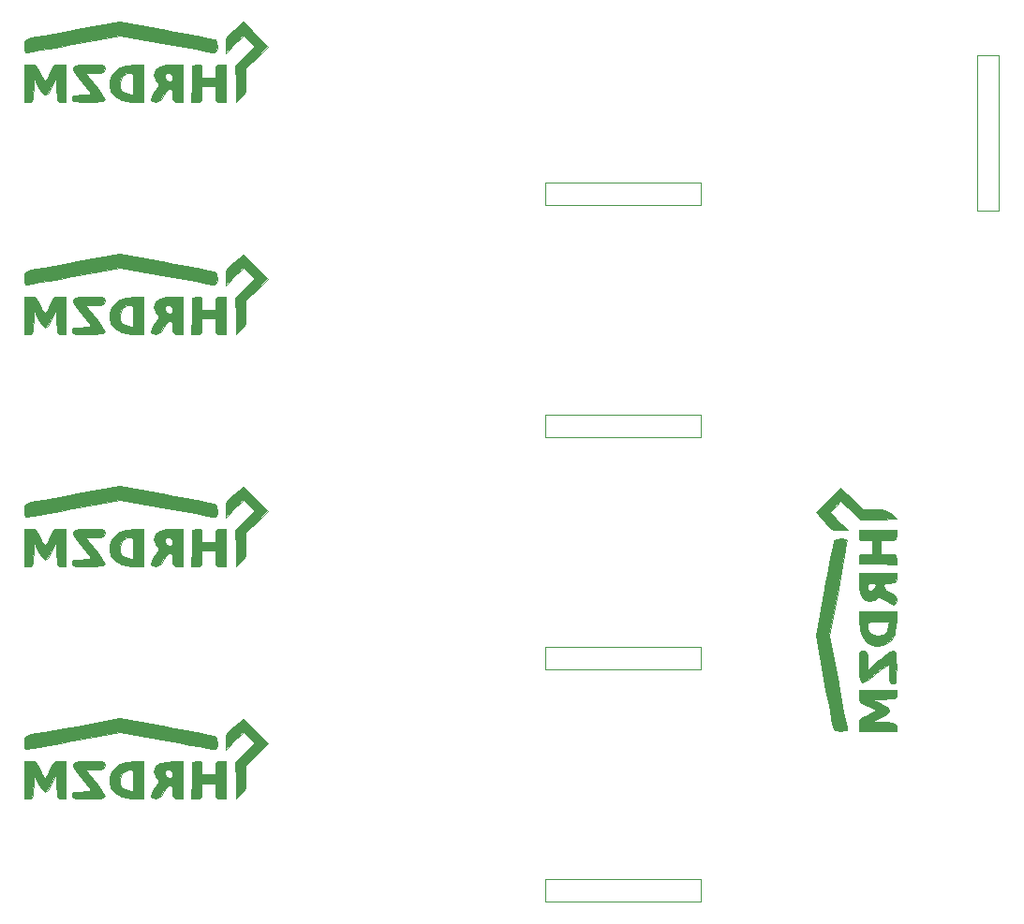
<source format=gbr>
%TF.GenerationSoftware,KiCad,Pcbnew,(5.1.9)-1*%
%TF.CreationDate,2021-03-18T16:40:49+01:00*%
%TF.ProjectId,DOORSENSOR,444f4f52-5345-44e5-934f-522e6b696361,rev?*%
%TF.SameCoordinates,Original*%
%TF.FileFunction,Legend,Bot*%
%TF.FilePolarity,Positive*%
%FSLAX46Y46*%
G04 Gerber Fmt 4.6, Leading zero omitted, Abs format (unit mm)*
G04 Created by KiCad (PCBNEW (5.1.9)-1) date 2021-03-18 16:40:49*
%MOMM*%
%LPD*%
G01*
G04 APERTURE LIST*
%ADD10C,0.010000*%
%ADD11C,0.120000*%
G04 APERTURE END LIST*
D10*
%TO.C,G\u002A\u002A\u002A*%
G36*
X144173146Y-101610607D02*
G01*
X144560202Y-102040118D01*
X144847202Y-102282552D01*
X145126787Y-102390952D01*
X145491599Y-102418358D01*
X145584661Y-102418788D01*
X146296755Y-102418788D01*
X145494766Y-101606712D01*
X144692777Y-100794635D01*
X145188438Y-100298975D01*
X145684098Y-99803314D01*
X146544492Y-100654730D01*
X147404885Y-101506146D01*
X149060399Y-101462164D01*
X150715914Y-101418182D01*
X150273473Y-100994849D01*
X150000547Y-100766117D01*
X149717593Y-100638305D01*
X149323211Y-100582941D01*
X148765742Y-100571516D01*
X147700453Y-100571516D01*
X145683799Y-98570314D01*
X144578762Y-99686369D01*
X143473725Y-100802425D01*
X144173146Y-101610607D01*
G37*
X144173146Y-101610607D02*
X144560202Y-102040118D01*
X144847202Y-102282552D01*
X145126787Y-102390952D01*
X145491599Y-102418358D01*
X145584661Y-102418788D01*
X146296755Y-102418788D01*
X145494766Y-101606712D01*
X144692777Y-100794635D01*
X145188438Y-100298975D01*
X145684098Y-99803314D01*
X146544492Y-100654730D01*
X147404885Y-101506146D01*
X149060399Y-101462164D01*
X150715914Y-101418182D01*
X150273473Y-100994849D01*
X150000547Y-100766117D01*
X149717593Y-100638305D01*
X149323211Y-100582941D01*
X148765742Y-100571516D01*
X147700453Y-100571516D01*
X145683799Y-98570314D01*
X144578762Y-99686369D01*
X143473725Y-100802425D01*
X144173146Y-101610607D01*
G36*
X147332194Y-103176728D02*
G01*
X147463962Y-103308366D01*
X147791414Y-103341696D01*
X147923636Y-103342425D01*
X148539394Y-103342425D01*
X148539394Y-104573940D01*
X147913411Y-104573940D01*
X147516795Y-104590030D01*
X147347616Y-104677502D01*
X147325687Y-104895159D01*
X147336138Y-104997273D01*
X147384848Y-105420607D01*
X149039697Y-105464299D01*
X150694545Y-105507992D01*
X150694545Y-105040966D01*
X150674901Y-104753815D01*
X150560245Y-104617814D01*
X150266991Y-104576611D01*
X150001818Y-104573940D01*
X149309090Y-104573940D01*
X149309090Y-103342425D01*
X150001818Y-103342425D01*
X150427786Y-103329037D01*
X150629539Y-103251741D01*
X150690629Y-103054832D01*
X150694545Y-102880607D01*
X150694545Y-102418788D01*
X147307878Y-102418788D01*
X147307878Y-102880607D01*
X147332194Y-103176728D01*
G37*
X147332194Y-103176728D02*
X147463962Y-103308366D01*
X147791414Y-103341696D01*
X147923636Y-103342425D01*
X148539394Y-103342425D01*
X148539394Y-104573940D01*
X147913411Y-104573940D01*
X147516795Y-104590030D01*
X147347616Y-104677502D01*
X147325687Y-104895159D01*
X147336138Y-104997273D01*
X147384848Y-105420607D01*
X149039697Y-105464299D01*
X150694545Y-105507992D01*
X150694545Y-105040966D01*
X150674901Y-104753815D01*
X150560245Y-104617814D01*
X150266991Y-104576611D01*
X150001818Y-104573940D01*
X149309090Y-104573940D01*
X149309090Y-103342425D01*
X150001818Y-103342425D01*
X150427786Y-103329037D01*
X150629539Y-103251741D01*
X150690629Y-103054832D01*
X150694545Y-102880607D01*
X150694545Y-102418788D01*
X147307878Y-102418788D01*
X147307878Y-102880607D01*
X147332194Y-103176728D01*
G36*
X147364157Y-107738109D02*
G01*
X147517601Y-108323544D01*
X147745123Y-108704642D01*
X147817812Y-108763298D01*
X148255003Y-108877074D01*
X148713021Y-108748498D01*
X148862081Y-108639932D01*
X149051740Y-108505890D01*
X149247786Y-108513851D01*
X149550589Y-108681865D01*
X149718119Y-108793872D01*
X150208523Y-109089835D01*
X150512364Y-109169014D01*
X150662528Y-109030562D01*
X150694129Y-108768788D01*
X150624237Y-108443594D01*
X150367405Y-108185224D01*
X150118673Y-108037576D01*
X149746889Y-107784820D01*
X149518078Y-107528184D01*
X149492044Y-107460304D01*
X149513209Y-107285615D01*
X149712421Y-107206804D01*
X150067500Y-107190910D01*
X150466995Y-107173515D01*
X150646410Y-107078364D01*
X150693258Y-106841005D01*
X150694545Y-106729091D01*
X150694545Y-106267273D01*
X148473130Y-106267273D01*
X148473130Y-107190910D01*
X148761451Y-107241164D01*
X148829190Y-107444032D01*
X148819494Y-107537273D01*
X148644194Y-107848485D01*
X148423939Y-107932828D01*
X148165224Y-107912180D01*
X148080681Y-107692508D01*
X148077575Y-107586465D01*
X148136573Y-107288796D01*
X148375294Y-107193829D01*
X148473130Y-107190910D01*
X148473130Y-106267273D01*
X147307878Y-106267273D01*
X147307878Y-107026949D01*
X147364157Y-107738109D01*
G37*
X147364157Y-107738109D02*
X147517601Y-108323544D01*
X147745123Y-108704642D01*
X147817812Y-108763298D01*
X148255003Y-108877074D01*
X148713021Y-108748498D01*
X148862081Y-108639932D01*
X149051740Y-108505890D01*
X149247786Y-108513851D01*
X149550589Y-108681865D01*
X149718119Y-108793872D01*
X150208523Y-109089835D01*
X150512364Y-109169014D01*
X150662528Y-109030562D01*
X150694129Y-108768788D01*
X150624237Y-108443594D01*
X150367405Y-108185224D01*
X150118673Y-108037576D01*
X149746889Y-107784820D01*
X149518078Y-107528184D01*
X149492044Y-107460304D01*
X149513209Y-107285615D01*
X149712421Y-107206804D01*
X150067500Y-107190910D01*
X150466995Y-107173515D01*
X150646410Y-107078364D01*
X150693258Y-106841005D01*
X150694545Y-106729091D01*
X150694545Y-106267273D01*
X148473130Y-106267273D01*
X148473130Y-107190910D01*
X148761451Y-107241164D01*
X148829190Y-107444032D01*
X148819494Y-107537273D01*
X148644194Y-107848485D01*
X148423939Y-107932828D01*
X148165224Y-107912180D01*
X148080681Y-107692508D01*
X148077575Y-107586465D01*
X148136573Y-107288796D01*
X148375294Y-107193829D01*
X148473130Y-107190910D01*
X148473130Y-106267273D01*
X147307878Y-106267273D01*
X147307878Y-107026949D01*
X147364157Y-107738109D01*
G36*
X147308737Y-110462122D02*
G01*
X147402391Y-111428012D01*
X147678210Y-112153662D01*
X148132748Y-112634329D01*
X148762560Y-112865267D01*
X149069914Y-112886667D01*
X149744473Y-112766339D01*
X150237267Y-112403050D01*
X150550801Y-111793344D01*
X150687580Y-110933765D01*
X150694545Y-110644525D01*
X150694545Y-109807879D01*
X149081114Y-109807879D01*
X149081114Y-110731516D01*
X150084653Y-110731516D01*
X149983524Y-111154849D01*
X149855649Y-111538885D01*
X149730833Y-111770607D01*
X149446134Y-111921578D01*
X149018098Y-111954349D01*
X148585602Y-111873790D01*
X148319480Y-111721126D01*
X148126027Y-111377610D01*
X148077575Y-111105368D01*
X148096460Y-110904546D01*
X148199363Y-110792558D01*
X148455657Y-110743559D01*
X148934715Y-110731705D01*
X149081114Y-110731516D01*
X149081114Y-109807879D01*
X147307878Y-109807879D01*
X147308737Y-110462122D01*
G37*
X147308737Y-110462122D02*
X147402391Y-111428012D01*
X147678210Y-112153662D01*
X148132748Y-112634329D01*
X148762560Y-112865267D01*
X149069914Y-112886667D01*
X149744473Y-112766339D01*
X150237267Y-112403050D01*
X150550801Y-111793344D01*
X150687580Y-110933765D01*
X150694545Y-110644525D01*
X150694545Y-109807879D01*
X149081114Y-109807879D01*
X149081114Y-110731516D01*
X150084653Y-110731516D01*
X149983524Y-111154849D01*
X149855649Y-111538885D01*
X149730833Y-111770607D01*
X149446134Y-111921578D01*
X149018098Y-111954349D01*
X148585602Y-111873790D01*
X148319480Y-111721126D01*
X148126027Y-111377610D01*
X148077575Y-111105368D01*
X148096460Y-110904546D01*
X148199363Y-110792558D01*
X148455657Y-110743559D01*
X148934715Y-110731705D01*
X149081114Y-110731516D01*
X149081114Y-109807879D01*
X147307878Y-109807879D01*
X147308737Y-110462122D01*
G36*
X147324563Y-115508444D02*
G01*
X147397713Y-115989165D01*
X147561976Y-116197007D01*
X147851995Y-116148045D01*
X148302417Y-115858353D01*
X148826753Y-115443455D01*
X149307948Y-115058275D01*
X149698313Y-114761632D01*
X149938158Y-114598200D01*
X149980469Y-114580000D01*
X150034323Y-114719249D01*
X150070034Y-115078439D01*
X150078787Y-115426667D01*
X150092151Y-115915954D01*
X150149929Y-116170845D01*
X150278654Y-116264304D01*
X150386666Y-116273334D01*
X150529762Y-116251251D01*
X150620073Y-116146928D01*
X150669624Y-115903254D01*
X150690438Y-115463120D01*
X150694545Y-114810910D01*
X150688681Y-114127332D01*
X150664080Y-113695493D01*
X150610229Y-113459361D01*
X150516613Y-113362904D01*
X150420136Y-113348485D01*
X150182397Y-113442489D01*
X149785351Y-113693196D01*
X149300582Y-114053648D01*
X149111651Y-114206811D01*
X148077575Y-115065136D01*
X148077575Y-114206811D01*
X148067900Y-113717751D01*
X148016496Y-113461604D01*
X147889801Y-113363511D01*
X147692727Y-113348485D01*
X147510799Y-113359459D01*
X147397724Y-113431810D01*
X147337130Y-113624680D01*
X147312646Y-113997215D01*
X147307900Y-114608556D01*
X147307878Y-114738771D01*
X147324563Y-115508444D01*
G37*
X147324563Y-115508444D02*
X147397713Y-115989165D01*
X147561976Y-116197007D01*
X147851995Y-116148045D01*
X148302417Y-115858353D01*
X148826753Y-115443455D01*
X149307948Y-115058275D01*
X149698313Y-114761632D01*
X149938158Y-114598200D01*
X149980469Y-114580000D01*
X150034323Y-114719249D01*
X150070034Y-115078439D01*
X150078787Y-115426667D01*
X150092151Y-115915954D01*
X150149929Y-116170845D01*
X150278654Y-116264304D01*
X150386666Y-116273334D01*
X150529762Y-116251251D01*
X150620073Y-116146928D01*
X150669624Y-115903254D01*
X150690438Y-115463120D01*
X150694545Y-114810910D01*
X150688681Y-114127332D01*
X150664080Y-113695493D01*
X150610229Y-113459361D01*
X150516613Y-113362904D01*
X150420136Y-113348485D01*
X150182397Y-113442489D01*
X149785351Y-113693196D01*
X149300582Y-114053648D01*
X149111651Y-114206811D01*
X148077575Y-115065136D01*
X148077575Y-114206811D01*
X148067900Y-113717751D01*
X148016496Y-113461604D01*
X147889801Y-113363511D01*
X147692727Y-113348485D01*
X147510799Y-113359459D01*
X147397724Y-113431810D01*
X147337130Y-113624680D01*
X147312646Y-113997215D01*
X147307900Y-114608556D01*
X147307878Y-114738771D01*
X147324563Y-115508444D01*
G36*
X147330757Y-117763620D02*
G01*
X147447322Y-117975033D01*
X147729463Y-118151647D01*
X148077575Y-118303601D01*
X148504146Y-118499928D01*
X148783649Y-118665105D01*
X148847272Y-118736364D01*
X148717378Y-118852911D01*
X148383147Y-119032806D01*
X148077575Y-119169127D01*
X147630791Y-119371071D01*
X147401604Y-119549204D01*
X147318124Y-119784523D01*
X147307878Y-120036318D01*
X147307878Y-120583637D01*
X150694545Y-120583637D01*
X150694545Y-120205532D01*
X150676699Y-120009824D01*
X150579298Y-119892873D01*
X150336552Y-119829724D01*
X149882668Y-119795422D01*
X149578484Y-119782199D01*
X148462424Y-119736970D01*
X149270606Y-119371650D01*
X149808425Y-119078486D01*
X150060581Y-118817423D01*
X150078787Y-118736364D01*
X149928941Y-118488976D01*
X149488630Y-118205713D01*
X149270606Y-118101078D01*
X148462424Y-117735758D01*
X149578484Y-117690529D01*
X150154028Y-117661159D01*
X150487584Y-117614644D01*
X150644945Y-117526028D01*
X150691902Y-117370356D01*
X150694545Y-117267196D01*
X150694545Y-116889091D01*
X147307878Y-116889091D01*
X147307878Y-117436410D01*
X147330757Y-117763620D01*
G37*
X147330757Y-117763620D02*
X147447322Y-117975033D01*
X147729463Y-118151647D01*
X148077575Y-118303601D01*
X148504146Y-118499928D01*
X148783649Y-118665105D01*
X148847272Y-118736364D01*
X148717378Y-118852911D01*
X148383147Y-119032806D01*
X148077575Y-119169127D01*
X147630791Y-119371071D01*
X147401604Y-119549204D01*
X147318124Y-119784523D01*
X147307878Y-120036318D01*
X147307878Y-120583637D01*
X150694545Y-120583637D01*
X150694545Y-120205532D01*
X150676699Y-120009824D01*
X150579298Y-119892873D01*
X150336552Y-119829724D01*
X149882668Y-119795422D01*
X149578484Y-119782199D01*
X148462424Y-119736970D01*
X149270606Y-119371650D01*
X149808425Y-119078486D01*
X150060581Y-118817423D01*
X150078787Y-118736364D01*
X149928941Y-118488976D01*
X149488630Y-118205713D01*
X149270606Y-118101078D01*
X148462424Y-117735758D01*
X149578484Y-117690529D01*
X150154028Y-117661159D01*
X150487584Y-117614644D01*
X150644945Y-117526028D01*
X150691902Y-117370356D01*
X150694545Y-117267196D01*
X150694545Y-116889091D01*
X147307878Y-116889091D01*
X147307878Y-117436410D01*
X147330757Y-117763620D01*
G36*
X144144707Y-115838450D02*
G01*
X144340377Y-116917916D01*
X144522039Y-117916121D01*
X144681269Y-118787089D01*
X144809640Y-119484840D01*
X144898729Y-119963396D01*
X144936623Y-120160304D01*
X145031269Y-120437411D01*
X145229158Y-120557669D01*
X145626776Y-120583637D01*
X146007971Y-120561472D01*
X146216807Y-120506232D01*
X146230303Y-120485640D01*
X146203450Y-120314430D01*
X146127650Y-119880107D01*
X146010036Y-119222286D01*
X145857745Y-118380581D01*
X145677911Y-117394607D01*
X145477669Y-116303979D01*
X145453968Y-116175337D01*
X144677634Y-111963031D01*
X145453968Y-107750724D01*
X145656459Y-106645958D01*
X145839259Y-105636954D01*
X145995193Y-104764274D01*
X146117081Y-104068481D01*
X146197748Y-103590136D01*
X146230014Y-103369801D01*
X146230303Y-103363451D01*
X146094969Y-103246536D01*
X145761512Y-103189625D01*
X145700600Y-103188485D01*
X145319329Y-103226362D01*
X145092479Y-103318848D01*
X145082343Y-103331769D01*
X145032464Y-103515220D01*
X144935885Y-103961538D01*
X144800543Y-104630600D01*
X144634377Y-105482282D01*
X144445327Y-106476460D01*
X144241329Y-107573010D01*
X144216604Y-107707491D01*
X143439420Y-111939930D01*
X144144707Y-115838450D01*
G37*
X144144707Y-115838450D02*
X144340377Y-116917916D01*
X144522039Y-117916121D01*
X144681269Y-118787089D01*
X144809640Y-119484840D01*
X144898729Y-119963396D01*
X144936623Y-120160304D01*
X145031269Y-120437411D01*
X145229158Y-120557669D01*
X145626776Y-120583637D01*
X146007971Y-120561472D01*
X146216807Y-120506232D01*
X146230303Y-120485640D01*
X146203450Y-120314430D01*
X146127650Y-119880107D01*
X146010036Y-119222286D01*
X145857745Y-118380581D01*
X145677911Y-117394607D01*
X145477669Y-116303979D01*
X145453968Y-116175337D01*
X144677634Y-111963031D01*
X145453968Y-107750724D01*
X145656459Y-106645958D01*
X145839259Y-105636954D01*
X145995193Y-104764274D01*
X146117081Y-104068481D01*
X146197748Y-103590136D01*
X146230014Y-103369801D01*
X146230303Y-103363451D01*
X146094969Y-103246536D01*
X145761512Y-103189625D01*
X145700600Y-103188485D01*
X145319329Y-103226362D01*
X145092479Y-103318848D01*
X145082343Y-103331769D01*
X145032464Y-103515220D01*
X144935885Y-103961538D01*
X144800543Y-104630600D01*
X144634377Y-105482282D01*
X144445327Y-106476460D01*
X144241329Y-107573010D01*
X144216604Y-107707491D01*
X143439420Y-111939930D01*
X144144707Y-115838450D01*
G36*
X76661550Y-120144707D02*
G01*
X75582084Y-120340377D01*
X74583879Y-120522039D01*
X73712911Y-120681269D01*
X73015160Y-120809640D01*
X72536604Y-120898729D01*
X72339696Y-120936623D01*
X72062589Y-121031269D01*
X71942331Y-121229158D01*
X71916363Y-121626776D01*
X71938528Y-122007971D01*
X71993768Y-122216807D01*
X72014360Y-122230303D01*
X72185570Y-122203450D01*
X72619893Y-122127650D01*
X73277714Y-122010036D01*
X74119419Y-121857745D01*
X75105393Y-121677911D01*
X76196021Y-121477669D01*
X76324663Y-121453968D01*
X80536969Y-120677634D01*
X84749276Y-121453968D01*
X85854042Y-121656459D01*
X86863046Y-121839259D01*
X87735726Y-121995193D01*
X88431519Y-122117081D01*
X88909864Y-122197748D01*
X89130199Y-122230014D01*
X89136549Y-122230303D01*
X89253464Y-122094969D01*
X89310375Y-121761512D01*
X89311515Y-121700600D01*
X89273638Y-121319329D01*
X89181152Y-121092479D01*
X89168231Y-121082343D01*
X88984780Y-121032464D01*
X88538462Y-120935885D01*
X87869400Y-120800543D01*
X87017718Y-120634377D01*
X86023540Y-120445327D01*
X84926990Y-120241329D01*
X84792509Y-120216604D01*
X80560070Y-119439420D01*
X76661550Y-120144707D01*
G37*
X76661550Y-120144707D02*
X75582084Y-120340377D01*
X74583879Y-120522039D01*
X73712911Y-120681269D01*
X73015160Y-120809640D01*
X72536604Y-120898729D01*
X72339696Y-120936623D01*
X72062589Y-121031269D01*
X71942331Y-121229158D01*
X71916363Y-121626776D01*
X71938528Y-122007971D01*
X71993768Y-122216807D01*
X72014360Y-122230303D01*
X72185570Y-122203450D01*
X72619893Y-122127650D01*
X73277714Y-122010036D01*
X74119419Y-121857745D01*
X75105393Y-121677911D01*
X76196021Y-121477669D01*
X76324663Y-121453968D01*
X80536969Y-120677634D01*
X84749276Y-121453968D01*
X85854042Y-121656459D01*
X86863046Y-121839259D01*
X87735726Y-121995193D01*
X88431519Y-122117081D01*
X88909864Y-122197748D01*
X89130199Y-122230014D01*
X89136549Y-122230303D01*
X89253464Y-122094969D01*
X89310375Y-121761512D01*
X89311515Y-121700600D01*
X89273638Y-121319329D01*
X89181152Y-121092479D01*
X89168231Y-121082343D01*
X88984780Y-121032464D01*
X88538462Y-120935885D01*
X87869400Y-120800543D01*
X87017718Y-120634377D01*
X86023540Y-120445327D01*
X84926990Y-120241329D01*
X84792509Y-120216604D01*
X80560070Y-119439420D01*
X76661550Y-120144707D01*
G36*
X74736380Y-123330757D02*
G01*
X74524967Y-123447322D01*
X74348353Y-123729463D01*
X74196399Y-124077575D01*
X74000072Y-124504146D01*
X73834895Y-124783649D01*
X73763636Y-124847272D01*
X73647089Y-124717378D01*
X73467194Y-124383147D01*
X73330873Y-124077575D01*
X73128929Y-123630791D01*
X72950796Y-123401604D01*
X72715477Y-123318124D01*
X72463682Y-123307878D01*
X71916363Y-123307878D01*
X71916363Y-126694545D01*
X72294468Y-126694545D01*
X72490176Y-126676699D01*
X72607127Y-126579298D01*
X72670276Y-126336552D01*
X72704578Y-125882668D01*
X72717801Y-125578484D01*
X72763030Y-124462424D01*
X73128350Y-125270606D01*
X73421514Y-125808425D01*
X73682577Y-126060581D01*
X73763636Y-126078787D01*
X74011024Y-125928941D01*
X74294287Y-125488630D01*
X74398922Y-125270606D01*
X74764242Y-124462424D01*
X74809471Y-125578484D01*
X74838841Y-126154028D01*
X74885356Y-126487584D01*
X74973972Y-126644945D01*
X75129644Y-126691902D01*
X75232804Y-126694545D01*
X75610909Y-126694545D01*
X75610909Y-123307878D01*
X75063590Y-123307878D01*
X74736380Y-123330757D01*
G37*
X74736380Y-123330757D02*
X74524967Y-123447322D01*
X74348353Y-123729463D01*
X74196399Y-124077575D01*
X74000072Y-124504146D01*
X73834895Y-124783649D01*
X73763636Y-124847272D01*
X73647089Y-124717378D01*
X73467194Y-124383147D01*
X73330873Y-124077575D01*
X73128929Y-123630791D01*
X72950796Y-123401604D01*
X72715477Y-123318124D01*
X72463682Y-123307878D01*
X71916363Y-123307878D01*
X71916363Y-126694545D01*
X72294468Y-126694545D01*
X72490176Y-126676699D01*
X72607127Y-126579298D01*
X72670276Y-126336552D01*
X72704578Y-125882668D01*
X72717801Y-125578484D01*
X72763030Y-124462424D01*
X73128350Y-125270606D01*
X73421514Y-125808425D01*
X73682577Y-126060581D01*
X73763636Y-126078787D01*
X74011024Y-125928941D01*
X74294287Y-125488630D01*
X74398922Y-125270606D01*
X74764242Y-124462424D01*
X74809471Y-125578484D01*
X74838841Y-126154028D01*
X74885356Y-126487584D01*
X74973972Y-126644945D01*
X75129644Y-126691902D01*
X75232804Y-126694545D01*
X75610909Y-126694545D01*
X75610909Y-123307878D01*
X75063590Y-123307878D01*
X74736380Y-123330757D01*
G36*
X76991556Y-123324563D02*
G01*
X76510835Y-123397713D01*
X76302993Y-123561976D01*
X76351955Y-123851995D01*
X76641647Y-124302417D01*
X77056545Y-124826753D01*
X77441725Y-125307948D01*
X77738368Y-125698313D01*
X77901800Y-125938158D01*
X77920000Y-125980469D01*
X77780751Y-126034323D01*
X77421561Y-126070034D01*
X77073333Y-126078787D01*
X76584046Y-126092151D01*
X76329155Y-126149929D01*
X76235696Y-126278654D01*
X76226666Y-126386666D01*
X76248749Y-126529762D01*
X76353072Y-126620073D01*
X76596746Y-126669624D01*
X77036880Y-126690438D01*
X77689090Y-126694545D01*
X78372668Y-126688681D01*
X78804507Y-126664080D01*
X79040639Y-126610229D01*
X79137096Y-126516613D01*
X79151515Y-126420136D01*
X79057511Y-126182397D01*
X78806804Y-125785351D01*
X78446352Y-125300582D01*
X78293189Y-125111651D01*
X77434864Y-124077575D01*
X78293189Y-124077575D01*
X78782249Y-124067900D01*
X79038396Y-124016496D01*
X79136489Y-123889801D01*
X79151515Y-123692727D01*
X79140541Y-123510799D01*
X79068190Y-123397724D01*
X78875320Y-123337130D01*
X78502785Y-123312646D01*
X77891444Y-123307900D01*
X77761229Y-123307878D01*
X76991556Y-123324563D01*
G37*
X76991556Y-123324563D02*
X76510835Y-123397713D01*
X76302993Y-123561976D01*
X76351955Y-123851995D01*
X76641647Y-124302417D01*
X77056545Y-124826753D01*
X77441725Y-125307948D01*
X77738368Y-125698313D01*
X77901800Y-125938158D01*
X77920000Y-125980469D01*
X77780751Y-126034323D01*
X77421561Y-126070034D01*
X77073333Y-126078787D01*
X76584046Y-126092151D01*
X76329155Y-126149929D01*
X76235696Y-126278654D01*
X76226666Y-126386666D01*
X76248749Y-126529762D01*
X76353072Y-126620073D01*
X76596746Y-126669624D01*
X77036880Y-126690438D01*
X77689090Y-126694545D01*
X78372668Y-126688681D01*
X78804507Y-126664080D01*
X79040639Y-126610229D01*
X79137096Y-126516613D01*
X79151515Y-126420136D01*
X79057511Y-126182397D01*
X78806804Y-125785351D01*
X78446352Y-125300582D01*
X78293189Y-125111651D01*
X77434864Y-124077575D01*
X78293189Y-124077575D01*
X78782249Y-124067900D01*
X79038396Y-124016496D01*
X79136489Y-123889801D01*
X79151515Y-123692727D01*
X79140541Y-123510799D01*
X79068190Y-123397724D01*
X78875320Y-123337130D01*
X78502785Y-123312646D01*
X77891444Y-123307900D01*
X77761229Y-123307878D01*
X76991556Y-123324563D01*
G36*
X82037878Y-123308737D02*
G01*
X81071988Y-123402391D01*
X80346338Y-123678210D01*
X79865671Y-124132748D01*
X79634733Y-124762560D01*
X79613333Y-125069914D01*
X79733661Y-125744473D01*
X80096950Y-126237267D01*
X80706656Y-126550801D01*
X81566235Y-126687580D01*
X81855475Y-126694545D01*
X82692121Y-126694545D01*
X82692121Y-125081114D01*
X81768484Y-125081114D01*
X81768484Y-126084653D01*
X81345151Y-125983524D01*
X80961115Y-125855649D01*
X80729393Y-125730833D01*
X80578422Y-125446134D01*
X80545651Y-125018098D01*
X80626210Y-124585602D01*
X80778874Y-124319480D01*
X81122390Y-124126027D01*
X81394632Y-124077575D01*
X81595454Y-124096460D01*
X81707442Y-124199363D01*
X81756441Y-124455657D01*
X81768295Y-124934715D01*
X81768484Y-125081114D01*
X82692121Y-125081114D01*
X82692121Y-123307878D01*
X82037878Y-123308737D01*
G37*
X82037878Y-123308737D02*
X81071988Y-123402391D01*
X80346338Y-123678210D01*
X79865671Y-124132748D01*
X79634733Y-124762560D01*
X79613333Y-125069914D01*
X79733661Y-125744473D01*
X80096950Y-126237267D01*
X80706656Y-126550801D01*
X81566235Y-126687580D01*
X81855475Y-126694545D01*
X82692121Y-126694545D01*
X82692121Y-125081114D01*
X81768484Y-125081114D01*
X81768484Y-126084653D01*
X81345151Y-125983524D01*
X80961115Y-125855649D01*
X80729393Y-125730833D01*
X80578422Y-125446134D01*
X80545651Y-125018098D01*
X80626210Y-124585602D01*
X80778874Y-124319480D01*
X81122390Y-124126027D01*
X81394632Y-124077575D01*
X81595454Y-124096460D01*
X81707442Y-124199363D01*
X81756441Y-124455657D01*
X81768295Y-124934715D01*
X81768484Y-125081114D01*
X82692121Y-125081114D01*
X82692121Y-123307878D01*
X82037878Y-123308737D01*
G36*
X84761891Y-123364157D02*
G01*
X84176456Y-123517601D01*
X83795358Y-123745123D01*
X83736702Y-123817812D01*
X83622926Y-124255003D01*
X83751502Y-124713021D01*
X83860068Y-124862081D01*
X83994110Y-125051740D01*
X83986149Y-125247786D01*
X83818135Y-125550589D01*
X83706128Y-125718119D01*
X83410165Y-126208523D01*
X83330986Y-126512364D01*
X83469438Y-126662528D01*
X83731212Y-126694129D01*
X84056406Y-126624237D01*
X84314776Y-126367405D01*
X84462424Y-126118673D01*
X84715180Y-125746889D01*
X84971816Y-125518078D01*
X85039696Y-125492044D01*
X85214385Y-125513209D01*
X85293196Y-125712421D01*
X85309090Y-126067500D01*
X85326485Y-126466995D01*
X85421636Y-126646410D01*
X85658995Y-126693258D01*
X85770909Y-126694545D01*
X86232727Y-126694545D01*
X86232727Y-124473130D01*
X85309090Y-124473130D01*
X85258836Y-124761451D01*
X85055968Y-124829190D01*
X84962727Y-124819494D01*
X84651515Y-124644194D01*
X84567172Y-124423939D01*
X84587820Y-124165224D01*
X84807492Y-124080681D01*
X84913535Y-124077575D01*
X85211204Y-124136573D01*
X85306171Y-124375294D01*
X85309090Y-124473130D01*
X86232727Y-124473130D01*
X86232727Y-123307878D01*
X85473051Y-123307878D01*
X84761891Y-123364157D01*
G37*
X84761891Y-123364157D02*
X84176456Y-123517601D01*
X83795358Y-123745123D01*
X83736702Y-123817812D01*
X83622926Y-124255003D01*
X83751502Y-124713021D01*
X83860068Y-124862081D01*
X83994110Y-125051740D01*
X83986149Y-125247786D01*
X83818135Y-125550589D01*
X83706128Y-125718119D01*
X83410165Y-126208523D01*
X83330986Y-126512364D01*
X83469438Y-126662528D01*
X83731212Y-126694129D01*
X84056406Y-126624237D01*
X84314776Y-126367405D01*
X84462424Y-126118673D01*
X84715180Y-125746889D01*
X84971816Y-125518078D01*
X85039696Y-125492044D01*
X85214385Y-125513209D01*
X85293196Y-125712421D01*
X85309090Y-126067500D01*
X85326485Y-126466995D01*
X85421636Y-126646410D01*
X85658995Y-126693258D01*
X85770909Y-126694545D01*
X86232727Y-126694545D01*
X86232727Y-124473130D01*
X85309090Y-124473130D01*
X85258836Y-124761451D01*
X85055968Y-124829190D01*
X84962727Y-124819494D01*
X84651515Y-124644194D01*
X84567172Y-124423939D01*
X84587820Y-124165224D01*
X84807492Y-124080681D01*
X84913535Y-124077575D01*
X85211204Y-124136573D01*
X85306171Y-124375294D01*
X85309090Y-124473130D01*
X86232727Y-124473130D01*
X86232727Y-123307878D01*
X85473051Y-123307878D01*
X84761891Y-123364157D01*
G36*
X89323272Y-123332194D02*
G01*
X89191634Y-123463962D01*
X89158304Y-123791414D01*
X89157575Y-123923636D01*
X89157575Y-124539394D01*
X87926060Y-124539394D01*
X87926060Y-123913411D01*
X87909970Y-123516795D01*
X87822498Y-123347616D01*
X87604841Y-123325687D01*
X87502727Y-123336138D01*
X87079393Y-123384848D01*
X87035701Y-125039697D01*
X86992008Y-126694545D01*
X87459034Y-126694545D01*
X87746185Y-126674901D01*
X87882186Y-126560245D01*
X87923389Y-126266991D01*
X87926060Y-126001818D01*
X87926060Y-125309090D01*
X89157575Y-125309090D01*
X89157575Y-126001818D01*
X89170963Y-126427786D01*
X89248259Y-126629539D01*
X89445168Y-126690629D01*
X89619393Y-126694545D01*
X90081212Y-126694545D01*
X90081212Y-123307878D01*
X89619393Y-123307878D01*
X89323272Y-123332194D01*
G37*
X89323272Y-123332194D02*
X89191634Y-123463962D01*
X89158304Y-123791414D01*
X89157575Y-123923636D01*
X89157575Y-124539394D01*
X87926060Y-124539394D01*
X87926060Y-123913411D01*
X87909970Y-123516795D01*
X87822498Y-123347616D01*
X87604841Y-123325687D01*
X87502727Y-123336138D01*
X87079393Y-123384848D01*
X87035701Y-125039697D01*
X86992008Y-126694545D01*
X87459034Y-126694545D01*
X87746185Y-126674901D01*
X87882186Y-126560245D01*
X87923389Y-126266991D01*
X87926060Y-126001818D01*
X87926060Y-125309090D01*
X89157575Y-125309090D01*
X89157575Y-126001818D01*
X89170963Y-126427786D01*
X89248259Y-126629539D01*
X89445168Y-126690629D01*
X89619393Y-126694545D01*
X90081212Y-126694545D01*
X90081212Y-123307878D01*
X89619393Y-123307878D01*
X89323272Y-123332194D01*
G36*
X90889393Y-120173146D02*
G01*
X90459882Y-120560202D01*
X90217448Y-120847202D01*
X90109048Y-121126787D01*
X90081642Y-121491599D01*
X90081212Y-121584661D01*
X90081212Y-122296755D01*
X90893288Y-121494766D01*
X91705365Y-120692777D01*
X92201025Y-121188438D01*
X92696686Y-121684098D01*
X91845270Y-122544492D01*
X90993854Y-123404885D01*
X91037836Y-125060399D01*
X91081818Y-126715914D01*
X91505151Y-126273473D01*
X91733883Y-126000547D01*
X91861695Y-125717593D01*
X91917059Y-125323211D01*
X91928484Y-124765742D01*
X91928484Y-123700453D01*
X93929686Y-121683799D01*
X92813631Y-120578762D01*
X91697575Y-119473725D01*
X90889393Y-120173146D01*
G37*
X90889393Y-120173146D02*
X90459882Y-120560202D01*
X90217448Y-120847202D01*
X90109048Y-121126787D01*
X90081642Y-121491599D01*
X90081212Y-121584661D01*
X90081212Y-122296755D01*
X90893288Y-121494766D01*
X91705365Y-120692777D01*
X92201025Y-121188438D01*
X92696686Y-121684098D01*
X91845270Y-122544492D01*
X90993854Y-123404885D01*
X91037836Y-125060399D01*
X91081818Y-126715914D01*
X91505151Y-126273473D01*
X91733883Y-126000547D01*
X91861695Y-125717593D01*
X91917059Y-125323211D01*
X91928484Y-124765742D01*
X91928484Y-123700453D01*
X93929686Y-121683799D01*
X92813631Y-120578762D01*
X91697575Y-119473725D01*
X90889393Y-120173146D01*
G36*
X90889393Y-99173146D02*
G01*
X90459882Y-99560202D01*
X90217448Y-99847202D01*
X90109048Y-100126787D01*
X90081642Y-100491599D01*
X90081212Y-100584661D01*
X90081212Y-101296755D01*
X90893288Y-100494766D01*
X91705365Y-99692777D01*
X92201025Y-100188438D01*
X92696686Y-100684098D01*
X91845270Y-101544492D01*
X90993854Y-102404885D01*
X91037836Y-104060399D01*
X91081818Y-105715914D01*
X91505151Y-105273473D01*
X91733883Y-105000547D01*
X91861695Y-104717593D01*
X91917059Y-104323211D01*
X91928484Y-103765742D01*
X91928484Y-102700453D01*
X93929686Y-100683799D01*
X92813631Y-99578762D01*
X91697575Y-98473725D01*
X90889393Y-99173146D01*
G37*
X90889393Y-99173146D02*
X90459882Y-99560202D01*
X90217448Y-99847202D01*
X90109048Y-100126787D01*
X90081642Y-100491599D01*
X90081212Y-100584661D01*
X90081212Y-101296755D01*
X90893288Y-100494766D01*
X91705365Y-99692777D01*
X92201025Y-100188438D01*
X92696686Y-100684098D01*
X91845270Y-101544492D01*
X90993854Y-102404885D01*
X91037836Y-104060399D01*
X91081818Y-105715914D01*
X91505151Y-105273473D01*
X91733883Y-105000547D01*
X91861695Y-104717593D01*
X91917059Y-104323211D01*
X91928484Y-103765742D01*
X91928484Y-102700453D01*
X93929686Y-100683799D01*
X92813631Y-99578762D01*
X91697575Y-98473725D01*
X90889393Y-99173146D01*
G36*
X89323272Y-102332194D02*
G01*
X89191634Y-102463962D01*
X89158304Y-102791414D01*
X89157575Y-102923636D01*
X89157575Y-103539394D01*
X87926060Y-103539394D01*
X87926060Y-102913411D01*
X87909970Y-102516795D01*
X87822498Y-102347616D01*
X87604841Y-102325687D01*
X87502727Y-102336138D01*
X87079393Y-102384848D01*
X87035701Y-104039697D01*
X86992008Y-105694545D01*
X87459034Y-105694545D01*
X87746185Y-105674901D01*
X87882186Y-105560245D01*
X87923389Y-105266991D01*
X87926060Y-105001818D01*
X87926060Y-104309090D01*
X89157575Y-104309090D01*
X89157575Y-105001818D01*
X89170963Y-105427786D01*
X89248259Y-105629539D01*
X89445168Y-105690629D01*
X89619393Y-105694545D01*
X90081212Y-105694545D01*
X90081212Y-102307878D01*
X89619393Y-102307878D01*
X89323272Y-102332194D01*
G37*
X89323272Y-102332194D02*
X89191634Y-102463962D01*
X89158304Y-102791414D01*
X89157575Y-102923636D01*
X89157575Y-103539394D01*
X87926060Y-103539394D01*
X87926060Y-102913411D01*
X87909970Y-102516795D01*
X87822498Y-102347616D01*
X87604841Y-102325687D01*
X87502727Y-102336138D01*
X87079393Y-102384848D01*
X87035701Y-104039697D01*
X86992008Y-105694545D01*
X87459034Y-105694545D01*
X87746185Y-105674901D01*
X87882186Y-105560245D01*
X87923389Y-105266991D01*
X87926060Y-105001818D01*
X87926060Y-104309090D01*
X89157575Y-104309090D01*
X89157575Y-105001818D01*
X89170963Y-105427786D01*
X89248259Y-105629539D01*
X89445168Y-105690629D01*
X89619393Y-105694545D01*
X90081212Y-105694545D01*
X90081212Y-102307878D01*
X89619393Y-102307878D01*
X89323272Y-102332194D01*
G36*
X84761891Y-102364157D02*
G01*
X84176456Y-102517601D01*
X83795358Y-102745123D01*
X83736702Y-102817812D01*
X83622926Y-103255003D01*
X83751502Y-103713021D01*
X83860068Y-103862081D01*
X83994110Y-104051740D01*
X83986149Y-104247786D01*
X83818135Y-104550589D01*
X83706128Y-104718119D01*
X83410165Y-105208523D01*
X83330986Y-105512364D01*
X83469438Y-105662528D01*
X83731212Y-105694129D01*
X84056406Y-105624237D01*
X84314776Y-105367405D01*
X84462424Y-105118673D01*
X84715180Y-104746889D01*
X84971816Y-104518078D01*
X85039696Y-104492044D01*
X85214385Y-104513209D01*
X85293196Y-104712421D01*
X85309090Y-105067500D01*
X85326485Y-105466995D01*
X85421636Y-105646410D01*
X85658995Y-105693258D01*
X85770909Y-105694545D01*
X86232727Y-105694545D01*
X86232727Y-103473130D01*
X85309090Y-103473130D01*
X85258836Y-103761451D01*
X85055968Y-103829190D01*
X84962727Y-103819494D01*
X84651515Y-103644194D01*
X84567172Y-103423939D01*
X84587820Y-103165224D01*
X84807492Y-103080681D01*
X84913535Y-103077575D01*
X85211204Y-103136573D01*
X85306171Y-103375294D01*
X85309090Y-103473130D01*
X86232727Y-103473130D01*
X86232727Y-102307878D01*
X85473051Y-102307878D01*
X84761891Y-102364157D01*
G37*
X84761891Y-102364157D02*
X84176456Y-102517601D01*
X83795358Y-102745123D01*
X83736702Y-102817812D01*
X83622926Y-103255003D01*
X83751502Y-103713021D01*
X83860068Y-103862081D01*
X83994110Y-104051740D01*
X83986149Y-104247786D01*
X83818135Y-104550589D01*
X83706128Y-104718119D01*
X83410165Y-105208523D01*
X83330986Y-105512364D01*
X83469438Y-105662528D01*
X83731212Y-105694129D01*
X84056406Y-105624237D01*
X84314776Y-105367405D01*
X84462424Y-105118673D01*
X84715180Y-104746889D01*
X84971816Y-104518078D01*
X85039696Y-104492044D01*
X85214385Y-104513209D01*
X85293196Y-104712421D01*
X85309090Y-105067500D01*
X85326485Y-105466995D01*
X85421636Y-105646410D01*
X85658995Y-105693258D01*
X85770909Y-105694545D01*
X86232727Y-105694545D01*
X86232727Y-103473130D01*
X85309090Y-103473130D01*
X85258836Y-103761451D01*
X85055968Y-103829190D01*
X84962727Y-103819494D01*
X84651515Y-103644194D01*
X84567172Y-103423939D01*
X84587820Y-103165224D01*
X84807492Y-103080681D01*
X84913535Y-103077575D01*
X85211204Y-103136573D01*
X85306171Y-103375294D01*
X85309090Y-103473130D01*
X86232727Y-103473130D01*
X86232727Y-102307878D01*
X85473051Y-102307878D01*
X84761891Y-102364157D01*
G36*
X82037878Y-102308737D02*
G01*
X81071988Y-102402391D01*
X80346338Y-102678210D01*
X79865671Y-103132748D01*
X79634733Y-103762560D01*
X79613333Y-104069914D01*
X79733661Y-104744473D01*
X80096950Y-105237267D01*
X80706656Y-105550801D01*
X81566235Y-105687580D01*
X81855475Y-105694545D01*
X82692121Y-105694545D01*
X82692121Y-104081114D01*
X81768484Y-104081114D01*
X81768484Y-105084653D01*
X81345151Y-104983524D01*
X80961115Y-104855649D01*
X80729393Y-104730833D01*
X80578422Y-104446134D01*
X80545651Y-104018098D01*
X80626210Y-103585602D01*
X80778874Y-103319480D01*
X81122390Y-103126027D01*
X81394632Y-103077575D01*
X81595454Y-103096460D01*
X81707442Y-103199363D01*
X81756441Y-103455657D01*
X81768295Y-103934715D01*
X81768484Y-104081114D01*
X82692121Y-104081114D01*
X82692121Y-102307878D01*
X82037878Y-102308737D01*
G37*
X82037878Y-102308737D02*
X81071988Y-102402391D01*
X80346338Y-102678210D01*
X79865671Y-103132748D01*
X79634733Y-103762560D01*
X79613333Y-104069914D01*
X79733661Y-104744473D01*
X80096950Y-105237267D01*
X80706656Y-105550801D01*
X81566235Y-105687580D01*
X81855475Y-105694545D01*
X82692121Y-105694545D01*
X82692121Y-104081114D01*
X81768484Y-104081114D01*
X81768484Y-105084653D01*
X81345151Y-104983524D01*
X80961115Y-104855649D01*
X80729393Y-104730833D01*
X80578422Y-104446134D01*
X80545651Y-104018098D01*
X80626210Y-103585602D01*
X80778874Y-103319480D01*
X81122390Y-103126027D01*
X81394632Y-103077575D01*
X81595454Y-103096460D01*
X81707442Y-103199363D01*
X81756441Y-103455657D01*
X81768295Y-103934715D01*
X81768484Y-104081114D01*
X82692121Y-104081114D01*
X82692121Y-102307878D01*
X82037878Y-102308737D01*
G36*
X76991556Y-102324563D02*
G01*
X76510835Y-102397713D01*
X76302993Y-102561976D01*
X76351955Y-102851995D01*
X76641647Y-103302417D01*
X77056545Y-103826753D01*
X77441725Y-104307948D01*
X77738368Y-104698313D01*
X77901800Y-104938158D01*
X77920000Y-104980469D01*
X77780751Y-105034323D01*
X77421561Y-105070034D01*
X77073333Y-105078787D01*
X76584046Y-105092151D01*
X76329155Y-105149929D01*
X76235696Y-105278654D01*
X76226666Y-105386666D01*
X76248749Y-105529762D01*
X76353072Y-105620073D01*
X76596746Y-105669624D01*
X77036880Y-105690438D01*
X77689090Y-105694545D01*
X78372668Y-105688681D01*
X78804507Y-105664080D01*
X79040639Y-105610229D01*
X79137096Y-105516613D01*
X79151515Y-105420136D01*
X79057511Y-105182397D01*
X78806804Y-104785351D01*
X78446352Y-104300582D01*
X78293189Y-104111651D01*
X77434864Y-103077575D01*
X78293189Y-103077575D01*
X78782249Y-103067900D01*
X79038396Y-103016496D01*
X79136489Y-102889801D01*
X79151515Y-102692727D01*
X79140541Y-102510799D01*
X79068190Y-102397724D01*
X78875320Y-102337130D01*
X78502785Y-102312646D01*
X77891444Y-102307900D01*
X77761229Y-102307878D01*
X76991556Y-102324563D01*
G37*
X76991556Y-102324563D02*
X76510835Y-102397713D01*
X76302993Y-102561976D01*
X76351955Y-102851995D01*
X76641647Y-103302417D01*
X77056545Y-103826753D01*
X77441725Y-104307948D01*
X77738368Y-104698313D01*
X77901800Y-104938158D01*
X77920000Y-104980469D01*
X77780751Y-105034323D01*
X77421561Y-105070034D01*
X77073333Y-105078787D01*
X76584046Y-105092151D01*
X76329155Y-105149929D01*
X76235696Y-105278654D01*
X76226666Y-105386666D01*
X76248749Y-105529762D01*
X76353072Y-105620073D01*
X76596746Y-105669624D01*
X77036880Y-105690438D01*
X77689090Y-105694545D01*
X78372668Y-105688681D01*
X78804507Y-105664080D01*
X79040639Y-105610229D01*
X79137096Y-105516613D01*
X79151515Y-105420136D01*
X79057511Y-105182397D01*
X78806804Y-104785351D01*
X78446352Y-104300582D01*
X78293189Y-104111651D01*
X77434864Y-103077575D01*
X78293189Y-103077575D01*
X78782249Y-103067900D01*
X79038396Y-103016496D01*
X79136489Y-102889801D01*
X79151515Y-102692727D01*
X79140541Y-102510799D01*
X79068190Y-102397724D01*
X78875320Y-102337130D01*
X78502785Y-102312646D01*
X77891444Y-102307900D01*
X77761229Y-102307878D01*
X76991556Y-102324563D01*
G36*
X74736380Y-102330757D02*
G01*
X74524967Y-102447322D01*
X74348353Y-102729463D01*
X74196399Y-103077575D01*
X74000072Y-103504146D01*
X73834895Y-103783649D01*
X73763636Y-103847272D01*
X73647089Y-103717378D01*
X73467194Y-103383147D01*
X73330873Y-103077575D01*
X73128929Y-102630791D01*
X72950796Y-102401604D01*
X72715477Y-102318124D01*
X72463682Y-102307878D01*
X71916363Y-102307878D01*
X71916363Y-105694545D01*
X72294468Y-105694545D01*
X72490176Y-105676699D01*
X72607127Y-105579298D01*
X72670276Y-105336552D01*
X72704578Y-104882668D01*
X72717801Y-104578484D01*
X72763030Y-103462424D01*
X73128350Y-104270606D01*
X73421514Y-104808425D01*
X73682577Y-105060581D01*
X73763636Y-105078787D01*
X74011024Y-104928941D01*
X74294287Y-104488630D01*
X74398922Y-104270606D01*
X74764242Y-103462424D01*
X74809471Y-104578484D01*
X74838841Y-105154028D01*
X74885356Y-105487584D01*
X74973972Y-105644945D01*
X75129644Y-105691902D01*
X75232804Y-105694545D01*
X75610909Y-105694545D01*
X75610909Y-102307878D01*
X75063590Y-102307878D01*
X74736380Y-102330757D01*
G37*
X74736380Y-102330757D02*
X74524967Y-102447322D01*
X74348353Y-102729463D01*
X74196399Y-103077575D01*
X74000072Y-103504146D01*
X73834895Y-103783649D01*
X73763636Y-103847272D01*
X73647089Y-103717378D01*
X73467194Y-103383147D01*
X73330873Y-103077575D01*
X73128929Y-102630791D01*
X72950796Y-102401604D01*
X72715477Y-102318124D01*
X72463682Y-102307878D01*
X71916363Y-102307878D01*
X71916363Y-105694545D01*
X72294468Y-105694545D01*
X72490176Y-105676699D01*
X72607127Y-105579298D01*
X72670276Y-105336552D01*
X72704578Y-104882668D01*
X72717801Y-104578484D01*
X72763030Y-103462424D01*
X73128350Y-104270606D01*
X73421514Y-104808425D01*
X73682577Y-105060581D01*
X73763636Y-105078787D01*
X74011024Y-104928941D01*
X74294287Y-104488630D01*
X74398922Y-104270606D01*
X74764242Y-103462424D01*
X74809471Y-104578484D01*
X74838841Y-105154028D01*
X74885356Y-105487584D01*
X74973972Y-105644945D01*
X75129644Y-105691902D01*
X75232804Y-105694545D01*
X75610909Y-105694545D01*
X75610909Y-102307878D01*
X75063590Y-102307878D01*
X74736380Y-102330757D01*
G36*
X76661550Y-99144707D02*
G01*
X75582084Y-99340377D01*
X74583879Y-99522039D01*
X73712911Y-99681269D01*
X73015160Y-99809640D01*
X72536604Y-99898729D01*
X72339696Y-99936623D01*
X72062589Y-100031269D01*
X71942331Y-100229158D01*
X71916363Y-100626776D01*
X71938528Y-101007971D01*
X71993768Y-101216807D01*
X72014360Y-101230303D01*
X72185570Y-101203450D01*
X72619893Y-101127650D01*
X73277714Y-101010036D01*
X74119419Y-100857745D01*
X75105393Y-100677911D01*
X76196021Y-100477669D01*
X76324663Y-100453968D01*
X80536969Y-99677634D01*
X84749276Y-100453968D01*
X85854042Y-100656459D01*
X86863046Y-100839259D01*
X87735726Y-100995193D01*
X88431519Y-101117081D01*
X88909864Y-101197748D01*
X89130199Y-101230014D01*
X89136549Y-101230303D01*
X89253464Y-101094969D01*
X89310375Y-100761512D01*
X89311515Y-100700600D01*
X89273638Y-100319329D01*
X89181152Y-100092479D01*
X89168231Y-100082343D01*
X88984780Y-100032464D01*
X88538462Y-99935885D01*
X87869400Y-99800543D01*
X87017718Y-99634377D01*
X86023540Y-99445327D01*
X84926990Y-99241329D01*
X84792509Y-99216604D01*
X80560070Y-98439420D01*
X76661550Y-99144707D01*
G37*
X76661550Y-99144707D02*
X75582084Y-99340377D01*
X74583879Y-99522039D01*
X73712911Y-99681269D01*
X73015160Y-99809640D01*
X72536604Y-99898729D01*
X72339696Y-99936623D01*
X72062589Y-100031269D01*
X71942331Y-100229158D01*
X71916363Y-100626776D01*
X71938528Y-101007971D01*
X71993768Y-101216807D01*
X72014360Y-101230303D01*
X72185570Y-101203450D01*
X72619893Y-101127650D01*
X73277714Y-101010036D01*
X74119419Y-100857745D01*
X75105393Y-100677911D01*
X76196021Y-100477669D01*
X76324663Y-100453968D01*
X80536969Y-99677634D01*
X84749276Y-100453968D01*
X85854042Y-100656459D01*
X86863046Y-100839259D01*
X87735726Y-100995193D01*
X88431519Y-101117081D01*
X88909864Y-101197748D01*
X89130199Y-101230014D01*
X89136549Y-101230303D01*
X89253464Y-101094969D01*
X89310375Y-100761512D01*
X89311515Y-100700600D01*
X89273638Y-100319329D01*
X89181152Y-100092479D01*
X89168231Y-100082343D01*
X88984780Y-100032464D01*
X88538462Y-99935885D01*
X87869400Y-99800543D01*
X87017718Y-99634377D01*
X86023540Y-99445327D01*
X84926990Y-99241329D01*
X84792509Y-99216604D01*
X80560070Y-98439420D01*
X76661550Y-99144707D01*
G36*
X76661550Y-78144707D02*
G01*
X75582084Y-78340377D01*
X74583879Y-78522039D01*
X73712911Y-78681269D01*
X73015160Y-78809640D01*
X72536604Y-78898729D01*
X72339696Y-78936623D01*
X72062589Y-79031269D01*
X71942331Y-79229158D01*
X71916363Y-79626776D01*
X71938528Y-80007971D01*
X71993768Y-80216807D01*
X72014360Y-80230303D01*
X72185570Y-80203450D01*
X72619893Y-80127650D01*
X73277714Y-80010036D01*
X74119419Y-79857745D01*
X75105393Y-79677911D01*
X76196021Y-79477669D01*
X76324663Y-79453968D01*
X80536969Y-78677634D01*
X84749276Y-79453968D01*
X85854042Y-79656459D01*
X86863046Y-79839259D01*
X87735726Y-79995193D01*
X88431519Y-80117081D01*
X88909864Y-80197748D01*
X89130199Y-80230014D01*
X89136549Y-80230303D01*
X89253464Y-80094969D01*
X89310375Y-79761512D01*
X89311515Y-79700600D01*
X89273638Y-79319329D01*
X89181152Y-79092479D01*
X89168231Y-79082343D01*
X88984780Y-79032464D01*
X88538462Y-78935885D01*
X87869400Y-78800543D01*
X87017718Y-78634377D01*
X86023540Y-78445327D01*
X84926990Y-78241329D01*
X84792509Y-78216604D01*
X80560070Y-77439420D01*
X76661550Y-78144707D01*
G37*
X76661550Y-78144707D02*
X75582084Y-78340377D01*
X74583879Y-78522039D01*
X73712911Y-78681269D01*
X73015160Y-78809640D01*
X72536604Y-78898729D01*
X72339696Y-78936623D01*
X72062589Y-79031269D01*
X71942331Y-79229158D01*
X71916363Y-79626776D01*
X71938528Y-80007971D01*
X71993768Y-80216807D01*
X72014360Y-80230303D01*
X72185570Y-80203450D01*
X72619893Y-80127650D01*
X73277714Y-80010036D01*
X74119419Y-79857745D01*
X75105393Y-79677911D01*
X76196021Y-79477669D01*
X76324663Y-79453968D01*
X80536969Y-78677634D01*
X84749276Y-79453968D01*
X85854042Y-79656459D01*
X86863046Y-79839259D01*
X87735726Y-79995193D01*
X88431519Y-80117081D01*
X88909864Y-80197748D01*
X89130199Y-80230014D01*
X89136549Y-80230303D01*
X89253464Y-80094969D01*
X89310375Y-79761512D01*
X89311515Y-79700600D01*
X89273638Y-79319329D01*
X89181152Y-79092479D01*
X89168231Y-79082343D01*
X88984780Y-79032464D01*
X88538462Y-78935885D01*
X87869400Y-78800543D01*
X87017718Y-78634377D01*
X86023540Y-78445327D01*
X84926990Y-78241329D01*
X84792509Y-78216604D01*
X80560070Y-77439420D01*
X76661550Y-78144707D01*
G36*
X74736380Y-81330757D02*
G01*
X74524967Y-81447322D01*
X74348353Y-81729463D01*
X74196399Y-82077575D01*
X74000072Y-82504146D01*
X73834895Y-82783649D01*
X73763636Y-82847272D01*
X73647089Y-82717378D01*
X73467194Y-82383147D01*
X73330873Y-82077575D01*
X73128929Y-81630791D01*
X72950796Y-81401604D01*
X72715477Y-81318124D01*
X72463682Y-81307878D01*
X71916363Y-81307878D01*
X71916363Y-84694545D01*
X72294468Y-84694545D01*
X72490176Y-84676699D01*
X72607127Y-84579298D01*
X72670276Y-84336552D01*
X72704578Y-83882668D01*
X72717801Y-83578484D01*
X72763030Y-82462424D01*
X73128350Y-83270606D01*
X73421514Y-83808425D01*
X73682577Y-84060581D01*
X73763636Y-84078787D01*
X74011024Y-83928941D01*
X74294287Y-83488630D01*
X74398922Y-83270606D01*
X74764242Y-82462424D01*
X74809471Y-83578484D01*
X74838841Y-84154028D01*
X74885356Y-84487584D01*
X74973972Y-84644945D01*
X75129644Y-84691902D01*
X75232804Y-84694545D01*
X75610909Y-84694545D01*
X75610909Y-81307878D01*
X75063590Y-81307878D01*
X74736380Y-81330757D01*
G37*
X74736380Y-81330757D02*
X74524967Y-81447322D01*
X74348353Y-81729463D01*
X74196399Y-82077575D01*
X74000072Y-82504146D01*
X73834895Y-82783649D01*
X73763636Y-82847272D01*
X73647089Y-82717378D01*
X73467194Y-82383147D01*
X73330873Y-82077575D01*
X73128929Y-81630791D01*
X72950796Y-81401604D01*
X72715477Y-81318124D01*
X72463682Y-81307878D01*
X71916363Y-81307878D01*
X71916363Y-84694545D01*
X72294468Y-84694545D01*
X72490176Y-84676699D01*
X72607127Y-84579298D01*
X72670276Y-84336552D01*
X72704578Y-83882668D01*
X72717801Y-83578484D01*
X72763030Y-82462424D01*
X73128350Y-83270606D01*
X73421514Y-83808425D01*
X73682577Y-84060581D01*
X73763636Y-84078787D01*
X74011024Y-83928941D01*
X74294287Y-83488630D01*
X74398922Y-83270606D01*
X74764242Y-82462424D01*
X74809471Y-83578484D01*
X74838841Y-84154028D01*
X74885356Y-84487584D01*
X74973972Y-84644945D01*
X75129644Y-84691902D01*
X75232804Y-84694545D01*
X75610909Y-84694545D01*
X75610909Y-81307878D01*
X75063590Y-81307878D01*
X74736380Y-81330757D01*
G36*
X76991556Y-81324563D02*
G01*
X76510835Y-81397713D01*
X76302993Y-81561976D01*
X76351955Y-81851995D01*
X76641647Y-82302417D01*
X77056545Y-82826753D01*
X77441725Y-83307948D01*
X77738368Y-83698313D01*
X77901800Y-83938158D01*
X77920000Y-83980469D01*
X77780751Y-84034323D01*
X77421561Y-84070034D01*
X77073333Y-84078787D01*
X76584046Y-84092151D01*
X76329155Y-84149929D01*
X76235696Y-84278654D01*
X76226666Y-84386666D01*
X76248749Y-84529762D01*
X76353072Y-84620073D01*
X76596746Y-84669624D01*
X77036880Y-84690438D01*
X77689090Y-84694545D01*
X78372668Y-84688681D01*
X78804507Y-84664080D01*
X79040639Y-84610229D01*
X79137096Y-84516613D01*
X79151515Y-84420136D01*
X79057511Y-84182397D01*
X78806804Y-83785351D01*
X78446352Y-83300582D01*
X78293189Y-83111651D01*
X77434864Y-82077575D01*
X78293189Y-82077575D01*
X78782249Y-82067900D01*
X79038396Y-82016496D01*
X79136489Y-81889801D01*
X79151515Y-81692727D01*
X79140541Y-81510799D01*
X79068190Y-81397724D01*
X78875320Y-81337130D01*
X78502785Y-81312646D01*
X77891444Y-81307900D01*
X77761229Y-81307878D01*
X76991556Y-81324563D01*
G37*
X76991556Y-81324563D02*
X76510835Y-81397713D01*
X76302993Y-81561976D01*
X76351955Y-81851995D01*
X76641647Y-82302417D01*
X77056545Y-82826753D01*
X77441725Y-83307948D01*
X77738368Y-83698313D01*
X77901800Y-83938158D01*
X77920000Y-83980469D01*
X77780751Y-84034323D01*
X77421561Y-84070034D01*
X77073333Y-84078787D01*
X76584046Y-84092151D01*
X76329155Y-84149929D01*
X76235696Y-84278654D01*
X76226666Y-84386666D01*
X76248749Y-84529762D01*
X76353072Y-84620073D01*
X76596746Y-84669624D01*
X77036880Y-84690438D01*
X77689090Y-84694545D01*
X78372668Y-84688681D01*
X78804507Y-84664080D01*
X79040639Y-84610229D01*
X79137096Y-84516613D01*
X79151515Y-84420136D01*
X79057511Y-84182397D01*
X78806804Y-83785351D01*
X78446352Y-83300582D01*
X78293189Y-83111651D01*
X77434864Y-82077575D01*
X78293189Y-82077575D01*
X78782249Y-82067900D01*
X79038396Y-82016496D01*
X79136489Y-81889801D01*
X79151515Y-81692727D01*
X79140541Y-81510799D01*
X79068190Y-81397724D01*
X78875320Y-81337130D01*
X78502785Y-81312646D01*
X77891444Y-81307900D01*
X77761229Y-81307878D01*
X76991556Y-81324563D01*
G36*
X82037878Y-81308737D02*
G01*
X81071988Y-81402391D01*
X80346338Y-81678210D01*
X79865671Y-82132748D01*
X79634733Y-82762560D01*
X79613333Y-83069914D01*
X79733661Y-83744473D01*
X80096950Y-84237267D01*
X80706656Y-84550801D01*
X81566235Y-84687580D01*
X81855475Y-84694545D01*
X82692121Y-84694545D01*
X82692121Y-83081114D01*
X81768484Y-83081114D01*
X81768484Y-84084653D01*
X81345151Y-83983524D01*
X80961115Y-83855649D01*
X80729393Y-83730833D01*
X80578422Y-83446134D01*
X80545651Y-83018098D01*
X80626210Y-82585602D01*
X80778874Y-82319480D01*
X81122390Y-82126027D01*
X81394632Y-82077575D01*
X81595454Y-82096460D01*
X81707442Y-82199363D01*
X81756441Y-82455657D01*
X81768295Y-82934715D01*
X81768484Y-83081114D01*
X82692121Y-83081114D01*
X82692121Y-81307878D01*
X82037878Y-81308737D01*
G37*
X82037878Y-81308737D02*
X81071988Y-81402391D01*
X80346338Y-81678210D01*
X79865671Y-82132748D01*
X79634733Y-82762560D01*
X79613333Y-83069914D01*
X79733661Y-83744473D01*
X80096950Y-84237267D01*
X80706656Y-84550801D01*
X81566235Y-84687580D01*
X81855475Y-84694545D01*
X82692121Y-84694545D01*
X82692121Y-83081114D01*
X81768484Y-83081114D01*
X81768484Y-84084653D01*
X81345151Y-83983524D01*
X80961115Y-83855649D01*
X80729393Y-83730833D01*
X80578422Y-83446134D01*
X80545651Y-83018098D01*
X80626210Y-82585602D01*
X80778874Y-82319480D01*
X81122390Y-82126027D01*
X81394632Y-82077575D01*
X81595454Y-82096460D01*
X81707442Y-82199363D01*
X81756441Y-82455657D01*
X81768295Y-82934715D01*
X81768484Y-83081114D01*
X82692121Y-83081114D01*
X82692121Y-81307878D01*
X82037878Y-81308737D01*
G36*
X84761891Y-81364157D02*
G01*
X84176456Y-81517601D01*
X83795358Y-81745123D01*
X83736702Y-81817812D01*
X83622926Y-82255003D01*
X83751502Y-82713021D01*
X83860068Y-82862081D01*
X83994110Y-83051740D01*
X83986149Y-83247786D01*
X83818135Y-83550589D01*
X83706128Y-83718119D01*
X83410165Y-84208523D01*
X83330986Y-84512364D01*
X83469438Y-84662528D01*
X83731212Y-84694129D01*
X84056406Y-84624237D01*
X84314776Y-84367405D01*
X84462424Y-84118673D01*
X84715180Y-83746889D01*
X84971816Y-83518078D01*
X85039696Y-83492044D01*
X85214385Y-83513209D01*
X85293196Y-83712421D01*
X85309090Y-84067500D01*
X85326485Y-84466995D01*
X85421636Y-84646410D01*
X85658995Y-84693258D01*
X85770909Y-84694545D01*
X86232727Y-84694545D01*
X86232727Y-82473130D01*
X85309090Y-82473130D01*
X85258836Y-82761451D01*
X85055968Y-82829190D01*
X84962727Y-82819494D01*
X84651515Y-82644194D01*
X84567172Y-82423939D01*
X84587820Y-82165224D01*
X84807492Y-82080681D01*
X84913535Y-82077575D01*
X85211204Y-82136573D01*
X85306171Y-82375294D01*
X85309090Y-82473130D01*
X86232727Y-82473130D01*
X86232727Y-81307878D01*
X85473051Y-81307878D01*
X84761891Y-81364157D01*
G37*
X84761891Y-81364157D02*
X84176456Y-81517601D01*
X83795358Y-81745123D01*
X83736702Y-81817812D01*
X83622926Y-82255003D01*
X83751502Y-82713021D01*
X83860068Y-82862081D01*
X83994110Y-83051740D01*
X83986149Y-83247786D01*
X83818135Y-83550589D01*
X83706128Y-83718119D01*
X83410165Y-84208523D01*
X83330986Y-84512364D01*
X83469438Y-84662528D01*
X83731212Y-84694129D01*
X84056406Y-84624237D01*
X84314776Y-84367405D01*
X84462424Y-84118673D01*
X84715180Y-83746889D01*
X84971816Y-83518078D01*
X85039696Y-83492044D01*
X85214385Y-83513209D01*
X85293196Y-83712421D01*
X85309090Y-84067500D01*
X85326485Y-84466995D01*
X85421636Y-84646410D01*
X85658995Y-84693258D01*
X85770909Y-84694545D01*
X86232727Y-84694545D01*
X86232727Y-82473130D01*
X85309090Y-82473130D01*
X85258836Y-82761451D01*
X85055968Y-82829190D01*
X84962727Y-82819494D01*
X84651515Y-82644194D01*
X84567172Y-82423939D01*
X84587820Y-82165224D01*
X84807492Y-82080681D01*
X84913535Y-82077575D01*
X85211204Y-82136573D01*
X85306171Y-82375294D01*
X85309090Y-82473130D01*
X86232727Y-82473130D01*
X86232727Y-81307878D01*
X85473051Y-81307878D01*
X84761891Y-81364157D01*
G36*
X89323272Y-81332194D02*
G01*
X89191634Y-81463962D01*
X89158304Y-81791414D01*
X89157575Y-81923636D01*
X89157575Y-82539394D01*
X87926060Y-82539394D01*
X87926060Y-81913411D01*
X87909970Y-81516795D01*
X87822498Y-81347616D01*
X87604841Y-81325687D01*
X87502727Y-81336138D01*
X87079393Y-81384848D01*
X87035701Y-83039697D01*
X86992008Y-84694545D01*
X87459034Y-84694545D01*
X87746185Y-84674901D01*
X87882186Y-84560245D01*
X87923389Y-84266991D01*
X87926060Y-84001818D01*
X87926060Y-83309090D01*
X89157575Y-83309090D01*
X89157575Y-84001818D01*
X89170963Y-84427786D01*
X89248259Y-84629539D01*
X89445168Y-84690629D01*
X89619393Y-84694545D01*
X90081212Y-84694545D01*
X90081212Y-81307878D01*
X89619393Y-81307878D01*
X89323272Y-81332194D01*
G37*
X89323272Y-81332194D02*
X89191634Y-81463962D01*
X89158304Y-81791414D01*
X89157575Y-81923636D01*
X89157575Y-82539394D01*
X87926060Y-82539394D01*
X87926060Y-81913411D01*
X87909970Y-81516795D01*
X87822498Y-81347616D01*
X87604841Y-81325687D01*
X87502727Y-81336138D01*
X87079393Y-81384848D01*
X87035701Y-83039697D01*
X86992008Y-84694545D01*
X87459034Y-84694545D01*
X87746185Y-84674901D01*
X87882186Y-84560245D01*
X87923389Y-84266991D01*
X87926060Y-84001818D01*
X87926060Y-83309090D01*
X89157575Y-83309090D01*
X89157575Y-84001818D01*
X89170963Y-84427786D01*
X89248259Y-84629539D01*
X89445168Y-84690629D01*
X89619393Y-84694545D01*
X90081212Y-84694545D01*
X90081212Y-81307878D01*
X89619393Y-81307878D01*
X89323272Y-81332194D01*
G36*
X90889393Y-78173146D02*
G01*
X90459882Y-78560202D01*
X90217448Y-78847202D01*
X90109048Y-79126787D01*
X90081642Y-79491599D01*
X90081212Y-79584661D01*
X90081212Y-80296755D01*
X90893288Y-79494766D01*
X91705365Y-78692777D01*
X92201025Y-79188438D01*
X92696686Y-79684098D01*
X91845270Y-80544492D01*
X90993854Y-81404885D01*
X91037836Y-83060399D01*
X91081818Y-84715914D01*
X91505151Y-84273473D01*
X91733883Y-84000547D01*
X91861695Y-83717593D01*
X91917059Y-83323211D01*
X91928484Y-82765742D01*
X91928484Y-81700453D01*
X93929686Y-79683799D01*
X92813631Y-78578762D01*
X91697575Y-77473725D01*
X90889393Y-78173146D01*
G37*
X90889393Y-78173146D02*
X90459882Y-78560202D01*
X90217448Y-78847202D01*
X90109048Y-79126787D01*
X90081642Y-79491599D01*
X90081212Y-79584661D01*
X90081212Y-80296755D01*
X90893288Y-79494766D01*
X91705365Y-78692777D01*
X92201025Y-79188438D01*
X92696686Y-79684098D01*
X91845270Y-80544492D01*
X90993854Y-81404885D01*
X91037836Y-83060399D01*
X91081818Y-84715914D01*
X91505151Y-84273473D01*
X91733883Y-84000547D01*
X91861695Y-83717593D01*
X91917059Y-83323211D01*
X91928484Y-82765742D01*
X91928484Y-81700453D01*
X93929686Y-79683799D01*
X92813631Y-78578762D01*
X91697575Y-77473725D01*
X90889393Y-78173146D01*
D11*
%TO.C,SW3*%
X160000000Y-73500000D02*
X160000000Y-59500000D01*
X160000000Y-59500000D02*
X158000000Y-59500000D01*
X158000000Y-59500000D02*
X158000000Y-73500000D01*
X158000000Y-73500000D02*
X160000000Y-73500000D01*
X119000000Y-136000000D02*
X133000000Y-136000000D01*
X133000000Y-136000000D02*
X133000000Y-134000000D01*
X133000000Y-134000000D02*
X119000000Y-134000000D01*
X119000000Y-134000000D02*
X119000000Y-136000000D01*
X119000000Y-113000000D02*
X119000000Y-115000000D01*
X133000000Y-113000000D02*
X119000000Y-113000000D01*
X133000000Y-115000000D02*
X133000000Y-113000000D01*
X119000000Y-115000000D02*
X133000000Y-115000000D01*
X119000000Y-94000000D02*
X133000000Y-94000000D01*
X133000000Y-94000000D02*
X133000000Y-92000000D01*
X133000000Y-92000000D02*
X119000000Y-92000000D01*
X119000000Y-92000000D02*
X119000000Y-94000000D01*
D10*
%TO.C,G\u002A\u002A\u002A*%
G36*
X90889393Y-57173146D02*
G01*
X90459882Y-57560202D01*
X90217448Y-57847202D01*
X90109048Y-58126787D01*
X90081642Y-58491599D01*
X90081212Y-58584661D01*
X90081212Y-59296755D01*
X90893288Y-58494766D01*
X91705365Y-57692777D01*
X92201025Y-58188438D01*
X92696686Y-58684098D01*
X91845270Y-59544492D01*
X90993854Y-60404885D01*
X91037836Y-62060399D01*
X91081818Y-63715914D01*
X91505151Y-63273473D01*
X91733883Y-63000547D01*
X91861695Y-62717593D01*
X91917059Y-62323211D01*
X91928484Y-61765742D01*
X91928484Y-60700453D01*
X93929686Y-58683799D01*
X92813631Y-57578762D01*
X91697575Y-56473725D01*
X90889393Y-57173146D01*
G37*
X90889393Y-57173146D02*
X90459882Y-57560202D01*
X90217448Y-57847202D01*
X90109048Y-58126787D01*
X90081642Y-58491599D01*
X90081212Y-58584661D01*
X90081212Y-59296755D01*
X90893288Y-58494766D01*
X91705365Y-57692777D01*
X92201025Y-58188438D01*
X92696686Y-58684098D01*
X91845270Y-59544492D01*
X90993854Y-60404885D01*
X91037836Y-62060399D01*
X91081818Y-63715914D01*
X91505151Y-63273473D01*
X91733883Y-63000547D01*
X91861695Y-62717593D01*
X91917059Y-62323211D01*
X91928484Y-61765742D01*
X91928484Y-60700453D01*
X93929686Y-58683799D01*
X92813631Y-57578762D01*
X91697575Y-56473725D01*
X90889393Y-57173146D01*
G36*
X89323272Y-60332194D02*
G01*
X89191634Y-60463962D01*
X89158304Y-60791414D01*
X89157575Y-60923636D01*
X89157575Y-61539394D01*
X87926060Y-61539394D01*
X87926060Y-60913411D01*
X87909970Y-60516795D01*
X87822498Y-60347616D01*
X87604841Y-60325687D01*
X87502727Y-60336138D01*
X87079393Y-60384848D01*
X87035701Y-62039697D01*
X86992008Y-63694545D01*
X87459034Y-63694545D01*
X87746185Y-63674901D01*
X87882186Y-63560245D01*
X87923389Y-63266991D01*
X87926060Y-63001818D01*
X87926060Y-62309090D01*
X89157575Y-62309090D01*
X89157575Y-63001818D01*
X89170963Y-63427786D01*
X89248259Y-63629539D01*
X89445168Y-63690629D01*
X89619393Y-63694545D01*
X90081212Y-63694545D01*
X90081212Y-60307878D01*
X89619393Y-60307878D01*
X89323272Y-60332194D01*
G37*
X89323272Y-60332194D02*
X89191634Y-60463962D01*
X89158304Y-60791414D01*
X89157575Y-60923636D01*
X89157575Y-61539394D01*
X87926060Y-61539394D01*
X87926060Y-60913411D01*
X87909970Y-60516795D01*
X87822498Y-60347616D01*
X87604841Y-60325687D01*
X87502727Y-60336138D01*
X87079393Y-60384848D01*
X87035701Y-62039697D01*
X86992008Y-63694545D01*
X87459034Y-63694545D01*
X87746185Y-63674901D01*
X87882186Y-63560245D01*
X87923389Y-63266991D01*
X87926060Y-63001818D01*
X87926060Y-62309090D01*
X89157575Y-62309090D01*
X89157575Y-63001818D01*
X89170963Y-63427786D01*
X89248259Y-63629539D01*
X89445168Y-63690629D01*
X89619393Y-63694545D01*
X90081212Y-63694545D01*
X90081212Y-60307878D01*
X89619393Y-60307878D01*
X89323272Y-60332194D01*
G36*
X84761891Y-60364157D02*
G01*
X84176456Y-60517601D01*
X83795358Y-60745123D01*
X83736702Y-60817812D01*
X83622926Y-61255003D01*
X83751502Y-61713021D01*
X83860068Y-61862081D01*
X83994110Y-62051740D01*
X83986149Y-62247786D01*
X83818135Y-62550589D01*
X83706128Y-62718119D01*
X83410165Y-63208523D01*
X83330986Y-63512364D01*
X83469438Y-63662528D01*
X83731212Y-63694129D01*
X84056406Y-63624237D01*
X84314776Y-63367405D01*
X84462424Y-63118673D01*
X84715180Y-62746889D01*
X84971816Y-62518078D01*
X85039696Y-62492044D01*
X85214385Y-62513209D01*
X85293196Y-62712421D01*
X85309090Y-63067500D01*
X85326485Y-63466995D01*
X85421636Y-63646410D01*
X85658995Y-63693258D01*
X85770909Y-63694545D01*
X86232727Y-63694545D01*
X86232727Y-61473130D01*
X85309090Y-61473130D01*
X85258836Y-61761451D01*
X85055968Y-61829190D01*
X84962727Y-61819494D01*
X84651515Y-61644194D01*
X84567172Y-61423939D01*
X84587820Y-61165224D01*
X84807492Y-61080681D01*
X84913535Y-61077575D01*
X85211204Y-61136573D01*
X85306171Y-61375294D01*
X85309090Y-61473130D01*
X86232727Y-61473130D01*
X86232727Y-60307878D01*
X85473051Y-60307878D01*
X84761891Y-60364157D01*
G37*
X84761891Y-60364157D02*
X84176456Y-60517601D01*
X83795358Y-60745123D01*
X83736702Y-60817812D01*
X83622926Y-61255003D01*
X83751502Y-61713021D01*
X83860068Y-61862081D01*
X83994110Y-62051740D01*
X83986149Y-62247786D01*
X83818135Y-62550589D01*
X83706128Y-62718119D01*
X83410165Y-63208523D01*
X83330986Y-63512364D01*
X83469438Y-63662528D01*
X83731212Y-63694129D01*
X84056406Y-63624237D01*
X84314776Y-63367405D01*
X84462424Y-63118673D01*
X84715180Y-62746889D01*
X84971816Y-62518078D01*
X85039696Y-62492044D01*
X85214385Y-62513209D01*
X85293196Y-62712421D01*
X85309090Y-63067500D01*
X85326485Y-63466995D01*
X85421636Y-63646410D01*
X85658995Y-63693258D01*
X85770909Y-63694545D01*
X86232727Y-63694545D01*
X86232727Y-61473130D01*
X85309090Y-61473130D01*
X85258836Y-61761451D01*
X85055968Y-61829190D01*
X84962727Y-61819494D01*
X84651515Y-61644194D01*
X84567172Y-61423939D01*
X84587820Y-61165224D01*
X84807492Y-61080681D01*
X84913535Y-61077575D01*
X85211204Y-61136573D01*
X85306171Y-61375294D01*
X85309090Y-61473130D01*
X86232727Y-61473130D01*
X86232727Y-60307878D01*
X85473051Y-60307878D01*
X84761891Y-60364157D01*
G36*
X82037878Y-60308737D02*
G01*
X81071988Y-60402391D01*
X80346338Y-60678210D01*
X79865671Y-61132748D01*
X79634733Y-61762560D01*
X79613333Y-62069914D01*
X79733661Y-62744473D01*
X80096950Y-63237267D01*
X80706656Y-63550801D01*
X81566235Y-63687580D01*
X81855475Y-63694545D01*
X82692121Y-63694545D01*
X82692121Y-62081114D01*
X81768484Y-62081114D01*
X81768484Y-63084653D01*
X81345151Y-62983524D01*
X80961115Y-62855649D01*
X80729393Y-62730833D01*
X80578422Y-62446134D01*
X80545651Y-62018098D01*
X80626210Y-61585602D01*
X80778874Y-61319480D01*
X81122390Y-61126027D01*
X81394632Y-61077575D01*
X81595454Y-61096460D01*
X81707442Y-61199363D01*
X81756441Y-61455657D01*
X81768295Y-61934715D01*
X81768484Y-62081114D01*
X82692121Y-62081114D01*
X82692121Y-60307878D01*
X82037878Y-60308737D01*
G37*
X82037878Y-60308737D02*
X81071988Y-60402391D01*
X80346338Y-60678210D01*
X79865671Y-61132748D01*
X79634733Y-61762560D01*
X79613333Y-62069914D01*
X79733661Y-62744473D01*
X80096950Y-63237267D01*
X80706656Y-63550801D01*
X81566235Y-63687580D01*
X81855475Y-63694545D01*
X82692121Y-63694545D01*
X82692121Y-62081114D01*
X81768484Y-62081114D01*
X81768484Y-63084653D01*
X81345151Y-62983524D01*
X80961115Y-62855649D01*
X80729393Y-62730833D01*
X80578422Y-62446134D01*
X80545651Y-62018098D01*
X80626210Y-61585602D01*
X80778874Y-61319480D01*
X81122390Y-61126027D01*
X81394632Y-61077575D01*
X81595454Y-61096460D01*
X81707442Y-61199363D01*
X81756441Y-61455657D01*
X81768295Y-61934715D01*
X81768484Y-62081114D01*
X82692121Y-62081114D01*
X82692121Y-60307878D01*
X82037878Y-60308737D01*
G36*
X76991556Y-60324563D02*
G01*
X76510835Y-60397713D01*
X76302993Y-60561976D01*
X76351955Y-60851995D01*
X76641647Y-61302417D01*
X77056545Y-61826753D01*
X77441725Y-62307948D01*
X77738368Y-62698313D01*
X77901800Y-62938158D01*
X77920000Y-62980469D01*
X77780751Y-63034323D01*
X77421561Y-63070034D01*
X77073333Y-63078787D01*
X76584046Y-63092151D01*
X76329155Y-63149929D01*
X76235696Y-63278654D01*
X76226666Y-63386666D01*
X76248749Y-63529762D01*
X76353072Y-63620073D01*
X76596746Y-63669624D01*
X77036880Y-63690438D01*
X77689090Y-63694545D01*
X78372668Y-63688681D01*
X78804507Y-63664080D01*
X79040639Y-63610229D01*
X79137096Y-63516613D01*
X79151515Y-63420136D01*
X79057511Y-63182397D01*
X78806804Y-62785351D01*
X78446352Y-62300582D01*
X78293189Y-62111651D01*
X77434864Y-61077575D01*
X78293189Y-61077575D01*
X78782249Y-61067900D01*
X79038396Y-61016496D01*
X79136489Y-60889801D01*
X79151515Y-60692727D01*
X79140541Y-60510799D01*
X79068190Y-60397724D01*
X78875320Y-60337130D01*
X78502785Y-60312646D01*
X77891444Y-60307900D01*
X77761229Y-60307878D01*
X76991556Y-60324563D01*
G37*
X76991556Y-60324563D02*
X76510835Y-60397713D01*
X76302993Y-60561976D01*
X76351955Y-60851995D01*
X76641647Y-61302417D01*
X77056545Y-61826753D01*
X77441725Y-62307948D01*
X77738368Y-62698313D01*
X77901800Y-62938158D01*
X77920000Y-62980469D01*
X77780751Y-63034323D01*
X77421561Y-63070034D01*
X77073333Y-63078787D01*
X76584046Y-63092151D01*
X76329155Y-63149929D01*
X76235696Y-63278654D01*
X76226666Y-63386666D01*
X76248749Y-63529762D01*
X76353072Y-63620073D01*
X76596746Y-63669624D01*
X77036880Y-63690438D01*
X77689090Y-63694545D01*
X78372668Y-63688681D01*
X78804507Y-63664080D01*
X79040639Y-63610229D01*
X79137096Y-63516613D01*
X79151515Y-63420136D01*
X79057511Y-63182397D01*
X78806804Y-62785351D01*
X78446352Y-62300582D01*
X78293189Y-62111651D01*
X77434864Y-61077575D01*
X78293189Y-61077575D01*
X78782249Y-61067900D01*
X79038396Y-61016496D01*
X79136489Y-60889801D01*
X79151515Y-60692727D01*
X79140541Y-60510799D01*
X79068190Y-60397724D01*
X78875320Y-60337130D01*
X78502785Y-60312646D01*
X77891444Y-60307900D01*
X77761229Y-60307878D01*
X76991556Y-60324563D01*
G36*
X74736380Y-60330757D02*
G01*
X74524967Y-60447322D01*
X74348353Y-60729463D01*
X74196399Y-61077575D01*
X74000072Y-61504146D01*
X73834895Y-61783649D01*
X73763636Y-61847272D01*
X73647089Y-61717378D01*
X73467194Y-61383147D01*
X73330873Y-61077575D01*
X73128929Y-60630791D01*
X72950796Y-60401604D01*
X72715477Y-60318124D01*
X72463682Y-60307878D01*
X71916363Y-60307878D01*
X71916363Y-63694545D01*
X72294468Y-63694545D01*
X72490176Y-63676699D01*
X72607127Y-63579298D01*
X72670276Y-63336552D01*
X72704578Y-62882668D01*
X72717801Y-62578484D01*
X72763030Y-61462424D01*
X73128350Y-62270606D01*
X73421514Y-62808425D01*
X73682577Y-63060581D01*
X73763636Y-63078787D01*
X74011024Y-62928941D01*
X74294287Y-62488630D01*
X74398922Y-62270606D01*
X74764242Y-61462424D01*
X74809471Y-62578484D01*
X74838841Y-63154028D01*
X74885356Y-63487584D01*
X74973972Y-63644945D01*
X75129644Y-63691902D01*
X75232804Y-63694545D01*
X75610909Y-63694545D01*
X75610909Y-60307878D01*
X75063590Y-60307878D01*
X74736380Y-60330757D01*
G37*
X74736380Y-60330757D02*
X74524967Y-60447322D01*
X74348353Y-60729463D01*
X74196399Y-61077575D01*
X74000072Y-61504146D01*
X73834895Y-61783649D01*
X73763636Y-61847272D01*
X73647089Y-61717378D01*
X73467194Y-61383147D01*
X73330873Y-61077575D01*
X73128929Y-60630791D01*
X72950796Y-60401604D01*
X72715477Y-60318124D01*
X72463682Y-60307878D01*
X71916363Y-60307878D01*
X71916363Y-63694545D01*
X72294468Y-63694545D01*
X72490176Y-63676699D01*
X72607127Y-63579298D01*
X72670276Y-63336552D01*
X72704578Y-62882668D01*
X72717801Y-62578484D01*
X72763030Y-61462424D01*
X73128350Y-62270606D01*
X73421514Y-62808425D01*
X73682577Y-63060581D01*
X73763636Y-63078787D01*
X74011024Y-62928941D01*
X74294287Y-62488630D01*
X74398922Y-62270606D01*
X74764242Y-61462424D01*
X74809471Y-62578484D01*
X74838841Y-63154028D01*
X74885356Y-63487584D01*
X74973972Y-63644945D01*
X75129644Y-63691902D01*
X75232804Y-63694545D01*
X75610909Y-63694545D01*
X75610909Y-60307878D01*
X75063590Y-60307878D01*
X74736380Y-60330757D01*
G36*
X76661550Y-57144707D02*
G01*
X75582084Y-57340377D01*
X74583879Y-57522039D01*
X73712911Y-57681269D01*
X73015160Y-57809640D01*
X72536604Y-57898729D01*
X72339696Y-57936623D01*
X72062589Y-58031269D01*
X71942331Y-58229158D01*
X71916363Y-58626776D01*
X71938528Y-59007971D01*
X71993768Y-59216807D01*
X72014360Y-59230303D01*
X72185570Y-59203450D01*
X72619893Y-59127650D01*
X73277714Y-59010036D01*
X74119419Y-58857745D01*
X75105393Y-58677911D01*
X76196021Y-58477669D01*
X76324663Y-58453968D01*
X80536969Y-57677634D01*
X84749276Y-58453968D01*
X85854042Y-58656459D01*
X86863046Y-58839259D01*
X87735726Y-58995193D01*
X88431519Y-59117081D01*
X88909864Y-59197748D01*
X89130199Y-59230014D01*
X89136549Y-59230303D01*
X89253464Y-59094969D01*
X89310375Y-58761512D01*
X89311515Y-58700600D01*
X89273638Y-58319329D01*
X89181152Y-58092479D01*
X89168231Y-58082343D01*
X88984780Y-58032464D01*
X88538462Y-57935885D01*
X87869400Y-57800543D01*
X87017718Y-57634377D01*
X86023540Y-57445327D01*
X84926990Y-57241329D01*
X84792509Y-57216604D01*
X80560070Y-56439420D01*
X76661550Y-57144707D01*
G37*
X76661550Y-57144707D02*
X75582084Y-57340377D01*
X74583879Y-57522039D01*
X73712911Y-57681269D01*
X73015160Y-57809640D01*
X72536604Y-57898729D01*
X72339696Y-57936623D01*
X72062589Y-58031269D01*
X71942331Y-58229158D01*
X71916363Y-58626776D01*
X71938528Y-59007971D01*
X71993768Y-59216807D01*
X72014360Y-59230303D01*
X72185570Y-59203450D01*
X72619893Y-59127650D01*
X73277714Y-59010036D01*
X74119419Y-58857745D01*
X75105393Y-58677911D01*
X76196021Y-58477669D01*
X76324663Y-58453968D01*
X80536969Y-57677634D01*
X84749276Y-58453968D01*
X85854042Y-58656459D01*
X86863046Y-58839259D01*
X87735726Y-58995193D01*
X88431519Y-59117081D01*
X88909864Y-59197748D01*
X89130199Y-59230014D01*
X89136549Y-59230303D01*
X89253464Y-59094969D01*
X89310375Y-58761512D01*
X89311515Y-58700600D01*
X89273638Y-58319329D01*
X89181152Y-58092479D01*
X89168231Y-58082343D01*
X88984780Y-58032464D01*
X88538462Y-57935885D01*
X87869400Y-57800543D01*
X87017718Y-57634377D01*
X86023540Y-57445327D01*
X84926990Y-57241329D01*
X84792509Y-57216604D01*
X80560070Y-56439420D01*
X76661550Y-57144707D01*
D11*
%TO.C,SW3*%
X119000000Y-71000000D02*
X119000000Y-73000000D01*
X133000000Y-71000000D02*
X119000000Y-71000000D01*
X133000000Y-73000000D02*
X133000000Y-71000000D01*
X119000000Y-73000000D02*
X133000000Y-73000000D01*
%TD*%
M02*

</source>
